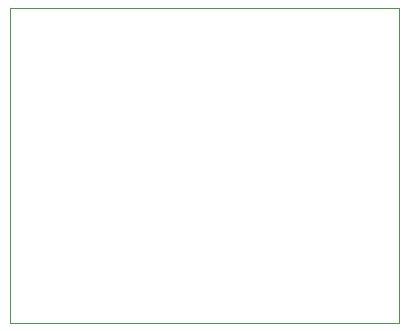
<source format=gbr>
%TF.GenerationSoftware,KiCad,Pcbnew,5.1.6-c6e7f7d~87~ubuntu18.04.1*%
%TF.CreationDate,2021-12-09T15:00:27-08:00*%
%TF.ProjectId,boosted-output-current-reference,626f6f73-7465-4642-9d6f-75747075742d,rev?*%
%TF.SameCoordinates,Original*%
%TF.FileFunction,Profile,NP*%
%FSLAX46Y46*%
G04 Gerber Fmt 4.6, Leading zero omitted, Abs format (unit mm)*
G04 Created by KiCad (PCBNEW 5.1.6-c6e7f7d~87~ubuntu18.04.1) date 2021-12-09 15:00:27*
%MOMM*%
%LPD*%
G01*
G04 APERTURE LIST*
%TA.AperFunction,Profile*%
%ADD10C,0.050000*%
%TD*%
G04 APERTURE END LIST*
D10*
X176403000Y-83820000D02*
X143510000Y-83820000D01*
X176403000Y-110490000D02*
X176403000Y-83820000D01*
X143510000Y-110490000D02*
X176403000Y-110490000D01*
X143510000Y-83820000D02*
X143510000Y-110490000D01*
M02*

</source>
